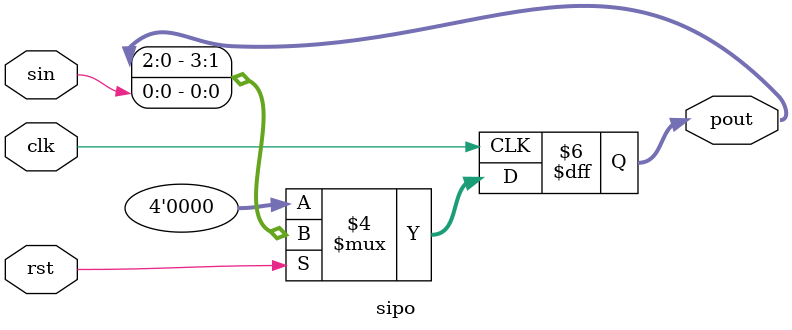
<source format=v>
module sipo(clk,rst,sin,pout);input clk,sin,rst;output reg[3:0] pout;always @(posedge clk)begin if(!rst)pout<=4'b0000;else pout<={pout[2:0],sin};end endmodule
</source>
